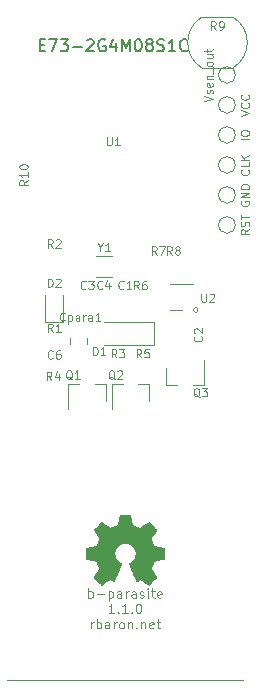
<source format=gbr>
G04 #@! TF.GenerationSoftware,KiCad,Pcbnew,(5.1.2-1)-1*
G04 #@! TF.CreationDate,2021-09-11T11:00:07+02:00*
G04 #@! TF.ProjectId,parasite,70617261-7369-4746-952e-6b696361645f,1.1.0*
G04 #@! TF.SameCoordinates,Original*
G04 #@! TF.FileFunction,Legend,Top*
G04 #@! TF.FilePolarity,Positive*
%FSLAX46Y46*%
G04 Gerber Fmt 4.6, Leading zero omitted, Abs format (unit mm)*
G04 Created by KiCad (PCBNEW (5.1.2-1)-1) date 2021-09-11 11:00:07*
%MOMM*%
%LPD*%
G04 APERTURE LIST*
%ADD10C,0.120000*%
%ADD11C,0.100000*%
%ADD12C,0.010000*%
%ADD13C,0.150000*%
G04 APERTURE END LIST*
D10*
X74200000Y-51700000D02*
G75*
G03X74200000Y-51700000I-200000J0D01*
G01*
D11*
X64914285Y-76061904D02*
X64914285Y-75261904D01*
X64914285Y-75566666D02*
X64990476Y-75528571D01*
X65142857Y-75528571D01*
X65219047Y-75566666D01*
X65257142Y-75604761D01*
X65295238Y-75680952D01*
X65295238Y-75909523D01*
X65257142Y-75985714D01*
X65219047Y-76023809D01*
X65142857Y-76061904D01*
X64990476Y-76061904D01*
X64914285Y-76023809D01*
X65638095Y-75757142D02*
X66247619Y-75757142D01*
X66628571Y-75528571D02*
X66628571Y-76328571D01*
X66628571Y-75566666D02*
X66704761Y-75528571D01*
X66857142Y-75528571D01*
X66933333Y-75566666D01*
X66971428Y-75604761D01*
X67009523Y-75680952D01*
X67009523Y-75909523D01*
X66971428Y-75985714D01*
X66933333Y-76023809D01*
X66857142Y-76061904D01*
X66704761Y-76061904D01*
X66628571Y-76023809D01*
X67695238Y-76061904D02*
X67695238Y-75642857D01*
X67657142Y-75566666D01*
X67580952Y-75528571D01*
X67428571Y-75528571D01*
X67352380Y-75566666D01*
X67695238Y-76023809D02*
X67619047Y-76061904D01*
X67428571Y-76061904D01*
X67352380Y-76023809D01*
X67314285Y-75947619D01*
X67314285Y-75871428D01*
X67352380Y-75795238D01*
X67428571Y-75757142D01*
X67619047Y-75757142D01*
X67695238Y-75719047D01*
X68076190Y-76061904D02*
X68076190Y-75528571D01*
X68076190Y-75680952D02*
X68114285Y-75604761D01*
X68152380Y-75566666D01*
X68228571Y-75528571D01*
X68304761Y-75528571D01*
X68914285Y-76061904D02*
X68914285Y-75642857D01*
X68876190Y-75566666D01*
X68800000Y-75528571D01*
X68647619Y-75528571D01*
X68571428Y-75566666D01*
X68914285Y-76023809D02*
X68838095Y-76061904D01*
X68647619Y-76061904D01*
X68571428Y-76023809D01*
X68533333Y-75947619D01*
X68533333Y-75871428D01*
X68571428Y-75795238D01*
X68647619Y-75757142D01*
X68838095Y-75757142D01*
X68914285Y-75719047D01*
X69257142Y-76023809D02*
X69333333Y-76061904D01*
X69485714Y-76061904D01*
X69561904Y-76023809D01*
X69600000Y-75947619D01*
X69600000Y-75909523D01*
X69561904Y-75833333D01*
X69485714Y-75795238D01*
X69371428Y-75795238D01*
X69295238Y-75757142D01*
X69257142Y-75680952D01*
X69257142Y-75642857D01*
X69295238Y-75566666D01*
X69371428Y-75528571D01*
X69485714Y-75528571D01*
X69561904Y-75566666D01*
X69942857Y-76061904D02*
X69942857Y-75528571D01*
X69942857Y-75261904D02*
X69904761Y-75300000D01*
X69942857Y-75338095D01*
X69980952Y-75300000D01*
X69942857Y-75261904D01*
X69942857Y-75338095D01*
X70209523Y-75528571D02*
X70514285Y-75528571D01*
X70323809Y-75261904D02*
X70323809Y-75947619D01*
X70361904Y-76023809D01*
X70438095Y-76061904D01*
X70514285Y-76061904D01*
X71085714Y-76023809D02*
X71009523Y-76061904D01*
X70857142Y-76061904D01*
X70780952Y-76023809D01*
X70742857Y-75947619D01*
X70742857Y-75642857D01*
X70780952Y-75566666D01*
X70857142Y-75528571D01*
X71009523Y-75528571D01*
X71085714Y-75566666D01*
X71123809Y-75642857D01*
X71123809Y-75719047D01*
X70742857Y-75795238D01*
X67085714Y-77361904D02*
X66628571Y-77361904D01*
X66857142Y-77361904D02*
X66857142Y-76561904D01*
X66780952Y-76676190D01*
X66704761Y-76752380D01*
X66628571Y-76790476D01*
X67428571Y-77285714D02*
X67466666Y-77323809D01*
X67428571Y-77361904D01*
X67390476Y-77323809D01*
X67428571Y-77285714D01*
X67428571Y-77361904D01*
X68228571Y-77361904D02*
X67771428Y-77361904D01*
X68000000Y-77361904D02*
X68000000Y-76561904D01*
X67923809Y-76676190D01*
X67847619Y-76752380D01*
X67771428Y-76790476D01*
X68571428Y-77285714D02*
X68609523Y-77323809D01*
X68571428Y-77361904D01*
X68533333Y-77323809D01*
X68571428Y-77285714D01*
X68571428Y-77361904D01*
X69104761Y-76561904D02*
X69180952Y-76561904D01*
X69257142Y-76600000D01*
X69295238Y-76638095D01*
X69333333Y-76714285D01*
X69371428Y-76866666D01*
X69371428Y-77057142D01*
X69333333Y-77209523D01*
X69295238Y-77285714D01*
X69257142Y-77323809D01*
X69180952Y-77361904D01*
X69104761Y-77361904D01*
X69028571Y-77323809D01*
X68990476Y-77285714D01*
X68952380Y-77209523D01*
X68914285Y-77057142D01*
X68914285Y-76866666D01*
X68952380Y-76714285D01*
X68990476Y-76638095D01*
X69028571Y-76600000D01*
X69104761Y-76561904D01*
X65123809Y-78661904D02*
X65123809Y-78128571D01*
X65123809Y-78280952D02*
X65161904Y-78204761D01*
X65200000Y-78166666D01*
X65276190Y-78128571D01*
X65352380Y-78128571D01*
X65619047Y-78661904D02*
X65619047Y-77861904D01*
X65619047Y-78166666D02*
X65695238Y-78128571D01*
X65847619Y-78128571D01*
X65923809Y-78166666D01*
X65961904Y-78204761D01*
X66000000Y-78280952D01*
X66000000Y-78509523D01*
X65961904Y-78585714D01*
X65923809Y-78623809D01*
X65847619Y-78661904D01*
X65695238Y-78661904D01*
X65619047Y-78623809D01*
X66685714Y-78661904D02*
X66685714Y-78242857D01*
X66647619Y-78166666D01*
X66571428Y-78128571D01*
X66419047Y-78128571D01*
X66342857Y-78166666D01*
X66685714Y-78623809D02*
X66609523Y-78661904D01*
X66419047Y-78661904D01*
X66342857Y-78623809D01*
X66304761Y-78547619D01*
X66304761Y-78471428D01*
X66342857Y-78395238D01*
X66419047Y-78357142D01*
X66609523Y-78357142D01*
X66685714Y-78319047D01*
X67066666Y-78661904D02*
X67066666Y-78128571D01*
X67066666Y-78280952D02*
X67104761Y-78204761D01*
X67142857Y-78166666D01*
X67219047Y-78128571D01*
X67295238Y-78128571D01*
X67676190Y-78661904D02*
X67600000Y-78623809D01*
X67561904Y-78585714D01*
X67523809Y-78509523D01*
X67523809Y-78280952D01*
X67561904Y-78204761D01*
X67600000Y-78166666D01*
X67676190Y-78128571D01*
X67790476Y-78128571D01*
X67866666Y-78166666D01*
X67904761Y-78204761D01*
X67942857Y-78280952D01*
X67942857Y-78509523D01*
X67904761Y-78585714D01*
X67866666Y-78623809D01*
X67790476Y-78661904D01*
X67676190Y-78661904D01*
X68285714Y-78128571D02*
X68285714Y-78661904D01*
X68285714Y-78204761D02*
X68323809Y-78166666D01*
X68400000Y-78128571D01*
X68514285Y-78128571D01*
X68590476Y-78166666D01*
X68628571Y-78242857D01*
X68628571Y-78661904D01*
X69009523Y-78585714D02*
X69047619Y-78623809D01*
X69009523Y-78661904D01*
X68971428Y-78623809D01*
X69009523Y-78585714D01*
X69009523Y-78661904D01*
X69390476Y-78128571D02*
X69390476Y-78661904D01*
X69390476Y-78204761D02*
X69428571Y-78166666D01*
X69504761Y-78128571D01*
X69619047Y-78128571D01*
X69695238Y-78166666D01*
X69733333Y-78242857D01*
X69733333Y-78661904D01*
X70419047Y-78623809D02*
X70342857Y-78661904D01*
X70190476Y-78661904D01*
X70114285Y-78623809D01*
X70076190Y-78547619D01*
X70076190Y-78242857D01*
X70114285Y-78166666D01*
X70190476Y-78128571D01*
X70342857Y-78128571D01*
X70419047Y-78166666D01*
X70457142Y-78242857D01*
X70457142Y-78319047D01*
X70076190Y-78395238D01*
X70685714Y-78128571D02*
X70990476Y-78128571D01*
X70800000Y-77861904D02*
X70800000Y-78547619D01*
X70838095Y-78623809D01*
X70914285Y-78661904D01*
X70990476Y-78661904D01*
D10*
X58000000Y-83000000D02*
X78000000Y-83000000D01*
D12*
G36*
X68555814Y-69468931D02*
G01*
X68639635Y-69913555D01*
X68948920Y-70041053D01*
X69258206Y-70168551D01*
X69629246Y-69916246D01*
X69733157Y-69845996D01*
X69827087Y-69783272D01*
X69906652Y-69730938D01*
X69967470Y-69691857D01*
X70005157Y-69668893D01*
X70015421Y-69663942D01*
X70033910Y-69676676D01*
X70073420Y-69711882D01*
X70129522Y-69765062D01*
X70197787Y-69831718D01*
X70273786Y-69907354D01*
X70353092Y-69987472D01*
X70431275Y-70067574D01*
X70503907Y-70143164D01*
X70566559Y-70209745D01*
X70614803Y-70262818D01*
X70644210Y-70297887D01*
X70651241Y-70309623D01*
X70641123Y-70331260D01*
X70612759Y-70378662D01*
X70569129Y-70447193D01*
X70513218Y-70532215D01*
X70448006Y-70629093D01*
X70410219Y-70684350D01*
X70341343Y-70785248D01*
X70280140Y-70876299D01*
X70229578Y-70952970D01*
X70192628Y-71010728D01*
X70172258Y-71045043D01*
X70169197Y-71052254D01*
X70176136Y-71072748D01*
X70195051Y-71120513D01*
X70223087Y-71188832D01*
X70257391Y-71270989D01*
X70295109Y-71360270D01*
X70333387Y-71449958D01*
X70369370Y-71533338D01*
X70400206Y-71603694D01*
X70423039Y-71654310D01*
X70435017Y-71678471D01*
X70435724Y-71679422D01*
X70454531Y-71684036D01*
X70504618Y-71694328D01*
X70580793Y-71709287D01*
X70677865Y-71727901D01*
X70790643Y-71749159D01*
X70856442Y-71761418D01*
X70976950Y-71784362D01*
X71085797Y-71806195D01*
X71177476Y-71825722D01*
X71246481Y-71841748D01*
X71287304Y-71853079D01*
X71295511Y-71856674D01*
X71303548Y-71881006D01*
X71310033Y-71935959D01*
X71314970Y-72015108D01*
X71318364Y-72112026D01*
X71320218Y-72220287D01*
X71320538Y-72333465D01*
X71319327Y-72445135D01*
X71316590Y-72548868D01*
X71312331Y-72638241D01*
X71306555Y-72706826D01*
X71299267Y-72748197D01*
X71294895Y-72756810D01*
X71268764Y-72767133D01*
X71213393Y-72781892D01*
X71136107Y-72799352D01*
X71044230Y-72817780D01*
X71012158Y-72823741D01*
X70857524Y-72852066D01*
X70735375Y-72874876D01*
X70641673Y-72893080D01*
X70572384Y-72907583D01*
X70523471Y-72919292D01*
X70490897Y-72929115D01*
X70470628Y-72937956D01*
X70458626Y-72946724D01*
X70456947Y-72948457D01*
X70440184Y-72976371D01*
X70414614Y-73030695D01*
X70382788Y-73104777D01*
X70347260Y-73191965D01*
X70310583Y-73285608D01*
X70275311Y-73379052D01*
X70243996Y-73465647D01*
X70219193Y-73538740D01*
X70203454Y-73591678D01*
X70199332Y-73617811D01*
X70199676Y-73618726D01*
X70213641Y-73640086D01*
X70245322Y-73687084D01*
X70291391Y-73754827D01*
X70348518Y-73838423D01*
X70413373Y-73932982D01*
X70431843Y-73959854D01*
X70497699Y-74057275D01*
X70555650Y-74146163D01*
X70602538Y-74221412D01*
X70635207Y-74277920D01*
X70650500Y-74310581D01*
X70651241Y-74314593D01*
X70638392Y-74335684D01*
X70602888Y-74377464D01*
X70549293Y-74435445D01*
X70482171Y-74505135D01*
X70406087Y-74582045D01*
X70325604Y-74661683D01*
X70245287Y-74739561D01*
X70169699Y-74811186D01*
X70103405Y-74872070D01*
X70050969Y-74917721D01*
X70016955Y-74943650D01*
X70007545Y-74947883D01*
X69985643Y-74937912D01*
X69940800Y-74911020D01*
X69880321Y-74871736D01*
X69833789Y-74840117D01*
X69749475Y-74782098D01*
X69649626Y-74713784D01*
X69549473Y-74645579D01*
X69495627Y-74609075D01*
X69313371Y-74485800D01*
X69160381Y-74568520D01*
X69090682Y-74604759D01*
X69031414Y-74632926D01*
X68991311Y-74648991D01*
X68981103Y-74651226D01*
X68968829Y-74634722D01*
X68944613Y-74588082D01*
X68910263Y-74515609D01*
X68867588Y-74421606D01*
X68818394Y-74310374D01*
X68764490Y-74186215D01*
X68707684Y-74053432D01*
X68649782Y-73916327D01*
X68592593Y-73779202D01*
X68537924Y-73646358D01*
X68487584Y-73522098D01*
X68443380Y-73410725D01*
X68407119Y-73316539D01*
X68380609Y-73243844D01*
X68365658Y-73196941D01*
X68363254Y-73180833D01*
X68382311Y-73160286D01*
X68424036Y-73126933D01*
X68479706Y-73087702D01*
X68484378Y-73084599D01*
X68628264Y-72969423D01*
X68744283Y-72835053D01*
X68831430Y-72685784D01*
X68888699Y-72525913D01*
X68915086Y-72359737D01*
X68909585Y-72191552D01*
X68871190Y-72025655D01*
X68798895Y-71866342D01*
X68777626Y-71831487D01*
X68666996Y-71690737D01*
X68536302Y-71577714D01*
X68390064Y-71493003D01*
X68232808Y-71437194D01*
X68069057Y-71410874D01*
X67903333Y-71414630D01*
X67740162Y-71449050D01*
X67584065Y-71514723D01*
X67439567Y-71612235D01*
X67394869Y-71651813D01*
X67281112Y-71775703D01*
X67198218Y-71906124D01*
X67141356Y-72052315D01*
X67109687Y-72197088D01*
X67101869Y-72359860D01*
X67127938Y-72523440D01*
X67185245Y-72682298D01*
X67271144Y-72830906D01*
X67382986Y-72963735D01*
X67518123Y-73075256D01*
X67535883Y-73087011D01*
X67592150Y-73125508D01*
X67634923Y-73158863D01*
X67655372Y-73180160D01*
X67655669Y-73180833D01*
X67651279Y-73203871D01*
X67633876Y-73256157D01*
X67605268Y-73333390D01*
X67567265Y-73431268D01*
X67521674Y-73545491D01*
X67470303Y-73671758D01*
X67414962Y-73805767D01*
X67357458Y-73943218D01*
X67299601Y-74079808D01*
X67243198Y-74211237D01*
X67190058Y-74333205D01*
X67141990Y-74441409D01*
X67100801Y-74531549D01*
X67068301Y-74599323D01*
X67046297Y-74640430D01*
X67037436Y-74651226D01*
X67010360Y-74642819D01*
X66959697Y-74620272D01*
X66894183Y-74587613D01*
X66858159Y-74568520D01*
X66705168Y-74485800D01*
X66522912Y-74609075D01*
X66429875Y-74672228D01*
X66328015Y-74741727D01*
X66232562Y-74807165D01*
X66184750Y-74840117D01*
X66117505Y-74885273D01*
X66060564Y-74921057D01*
X66021354Y-74942938D01*
X66008619Y-74947563D01*
X65990083Y-74935085D01*
X65949059Y-74900252D01*
X65889525Y-74846678D01*
X65815458Y-74777983D01*
X65730835Y-74697781D01*
X65677315Y-74646286D01*
X65583681Y-74554286D01*
X65502759Y-74471999D01*
X65437823Y-74402945D01*
X65392142Y-74350644D01*
X65368989Y-74318616D01*
X65366768Y-74312116D01*
X65377076Y-74287394D01*
X65405561Y-74237405D01*
X65449063Y-74167212D01*
X65504423Y-74081875D01*
X65568480Y-73986456D01*
X65586697Y-73959854D01*
X65653073Y-73863167D01*
X65712622Y-73776117D01*
X65762016Y-73703595D01*
X65797925Y-73650493D01*
X65817019Y-73621703D01*
X65818864Y-73618726D01*
X65816105Y-73595782D01*
X65801462Y-73545336D01*
X65777487Y-73474041D01*
X65746734Y-73388547D01*
X65711756Y-73295507D01*
X65675107Y-73201574D01*
X65639339Y-73113399D01*
X65607006Y-73037634D01*
X65580662Y-72980931D01*
X65562858Y-72949943D01*
X65561593Y-72948457D01*
X65550706Y-72939601D01*
X65532318Y-72930843D01*
X65502394Y-72921277D01*
X65456897Y-72909996D01*
X65391791Y-72896093D01*
X65303039Y-72878663D01*
X65186607Y-72856798D01*
X65038458Y-72829591D01*
X65006382Y-72823741D01*
X64911314Y-72805374D01*
X64828435Y-72787405D01*
X64765070Y-72771569D01*
X64728542Y-72759600D01*
X64723644Y-72756810D01*
X64715573Y-72732072D01*
X64709013Y-72676790D01*
X64703967Y-72597389D01*
X64700441Y-72500296D01*
X64698439Y-72391938D01*
X64697964Y-72278740D01*
X64699023Y-72167128D01*
X64701618Y-72063529D01*
X64705754Y-71974368D01*
X64711437Y-71906072D01*
X64718669Y-71865066D01*
X64723029Y-71856674D01*
X64747302Y-71848208D01*
X64802574Y-71834435D01*
X64883338Y-71816550D01*
X64984088Y-71795748D01*
X65099317Y-71773223D01*
X65162098Y-71761418D01*
X65281213Y-71739151D01*
X65387435Y-71718979D01*
X65475573Y-71701915D01*
X65540434Y-71688969D01*
X65576826Y-71681155D01*
X65582816Y-71679422D01*
X65592939Y-71659890D01*
X65614338Y-71612843D01*
X65644161Y-71545003D01*
X65679555Y-71463091D01*
X65717668Y-71373828D01*
X65755647Y-71283935D01*
X65790640Y-71200135D01*
X65819794Y-71129147D01*
X65840257Y-71077694D01*
X65849177Y-71052497D01*
X65849343Y-71051396D01*
X65839231Y-71031519D01*
X65810883Y-70985777D01*
X65767277Y-70918717D01*
X65711394Y-70834884D01*
X65646213Y-70738826D01*
X65608321Y-70683650D01*
X65539275Y-70582481D01*
X65477950Y-70490630D01*
X65427337Y-70412744D01*
X65390429Y-70353469D01*
X65370218Y-70317451D01*
X65367299Y-70309377D01*
X65379847Y-70290584D01*
X65414537Y-70250457D01*
X65466937Y-70193493D01*
X65532616Y-70124185D01*
X65607144Y-70047031D01*
X65686087Y-69966525D01*
X65765017Y-69887163D01*
X65839500Y-69813440D01*
X65905106Y-69749852D01*
X65957404Y-69700894D01*
X65991961Y-69671061D01*
X66003522Y-69663942D01*
X66022346Y-69673953D01*
X66067369Y-69702078D01*
X66134213Y-69745454D01*
X66218501Y-69801218D01*
X66315856Y-69866506D01*
X66389293Y-69916246D01*
X66760333Y-70168551D01*
X67378905Y-69913555D01*
X67462725Y-69468931D01*
X67546546Y-69024307D01*
X68471994Y-69024307D01*
X68555814Y-69468931D01*
X68555814Y-69468931D01*
G37*
X68555814Y-69468931D02*
X68639635Y-69913555D01*
X68948920Y-70041053D01*
X69258206Y-70168551D01*
X69629246Y-69916246D01*
X69733157Y-69845996D01*
X69827087Y-69783272D01*
X69906652Y-69730938D01*
X69967470Y-69691857D01*
X70005157Y-69668893D01*
X70015421Y-69663942D01*
X70033910Y-69676676D01*
X70073420Y-69711882D01*
X70129522Y-69765062D01*
X70197787Y-69831718D01*
X70273786Y-69907354D01*
X70353092Y-69987472D01*
X70431275Y-70067574D01*
X70503907Y-70143164D01*
X70566559Y-70209745D01*
X70614803Y-70262818D01*
X70644210Y-70297887D01*
X70651241Y-70309623D01*
X70641123Y-70331260D01*
X70612759Y-70378662D01*
X70569129Y-70447193D01*
X70513218Y-70532215D01*
X70448006Y-70629093D01*
X70410219Y-70684350D01*
X70341343Y-70785248D01*
X70280140Y-70876299D01*
X70229578Y-70952970D01*
X70192628Y-71010728D01*
X70172258Y-71045043D01*
X70169197Y-71052254D01*
X70176136Y-71072748D01*
X70195051Y-71120513D01*
X70223087Y-71188832D01*
X70257391Y-71270989D01*
X70295109Y-71360270D01*
X70333387Y-71449958D01*
X70369370Y-71533338D01*
X70400206Y-71603694D01*
X70423039Y-71654310D01*
X70435017Y-71678471D01*
X70435724Y-71679422D01*
X70454531Y-71684036D01*
X70504618Y-71694328D01*
X70580793Y-71709287D01*
X70677865Y-71727901D01*
X70790643Y-71749159D01*
X70856442Y-71761418D01*
X70976950Y-71784362D01*
X71085797Y-71806195D01*
X71177476Y-71825722D01*
X71246481Y-71841748D01*
X71287304Y-71853079D01*
X71295511Y-71856674D01*
X71303548Y-71881006D01*
X71310033Y-71935959D01*
X71314970Y-72015108D01*
X71318364Y-72112026D01*
X71320218Y-72220287D01*
X71320538Y-72333465D01*
X71319327Y-72445135D01*
X71316590Y-72548868D01*
X71312331Y-72638241D01*
X71306555Y-72706826D01*
X71299267Y-72748197D01*
X71294895Y-72756810D01*
X71268764Y-72767133D01*
X71213393Y-72781892D01*
X71136107Y-72799352D01*
X71044230Y-72817780D01*
X71012158Y-72823741D01*
X70857524Y-72852066D01*
X70735375Y-72874876D01*
X70641673Y-72893080D01*
X70572384Y-72907583D01*
X70523471Y-72919292D01*
X70490897Y-72929115D01*
X70470628Y-72937956D01*
X70458626Y-72946724D01*
X70456947Y-72948457D01*
X70440184Y-72976371D01*
X70414614Y-73030695D01*
X70382788Y-73104777D01*
X70347260Y-73191965D01*
X70310583Y-73285608D01*
X70275311Y-73379052D01*
X70243996Y-73465647D01*
X70219193Y-73538740D01*
X70203454Y-73591678D01*
X70199332Y-73617811D01*
X70199676Y-73618726D01*
X70213641Y-73640086D01*
X70245322Y-73687084D01*
X70291391Y-73754827D01*
X70348518Y-73838423D01*
X70413373Y-73932982D01*
X70431843Y-73959854D01*
X70497699Y-74057275D01*
X70555650Y-74146163D01*
X70602538Y-74221412D01*
X70635207Y-74277920D01*
X70650500Y-74310581D01*
X70651241Y-74314593D01*
X70638392Y-74335684D01*
X70602888Y-74377464D01*
X70549293Y-74435445D01*
X70482171Y-74505135D01*
X70406087Y-74582045D01*
X70325604Y-74661683D01*
X70245287Y-74739561D01*
X70169699Y-74811186D01*
X70103405Y-74872070D01*
X70050969Y-74917721D01*
X70016955Y-74943650D01*
X70007545Y-74947883D01*
X69985643Y-74937912D01*
X69940800Y-74911020D01*
X69880321Y-74871736D01*
X69833789Y-74840117D01*
X69749475Y-74782098D01*
X69649626Y-74713784D01*
X69549473Y-74645579D01*
X69495627Y-74609075D01*
X69313371Y-74485800D01*
X69160381Y-74568520D01*
X69090682Y-74604759D01*
X69031414Y-74632926D01*
X68991311Y-74648991D01*
X68981103Y-74651226D01*
X68968829Y-74634722D01*
X68944613Y-74588082D01*
X68910263Y-74515609D01*
X68867588Y-74421606D01*
X68818394Y-74310374D01*
X68764490Y-74186215D01*
X68707684Y-74053432D01*
X68649782Y-73916327D01*
X68592593Y-73779202D01*
X68537924Y-73646358D01*
X68487584Y-73522098D01*
X68443380Y-73410725D01*
X68407119Y-73316539D01*
X68380609Y-73243844D01*
X68365658Y-73196941D01*
X68363254Y-73180833D01*
X68382311Y-73160286D01*
X68424036Y-73126933D01*
X68479706Y-73087702D01*
X68484378Y-73084599D01*
X68628264Y-72969423D01*
X68744283Y-72835053D01*
X68831430Y-72685784D01*
X68888699Y-72525913D01*
X68915086Y-72359737D01*
X68909585Y-72191552D01*
X68871190Y-72025655D01*
X68798895Y-71866342D01*
X68777626Y-71831487D01*
X68666996Y-71690737D01*
X68536302Y-71577714D01*
X68390064Y-71493003D01*
X68232808Y-71437194D01*
X68069057Y-71410874D01*
X67903333Y-71414630D01*
X67740162Y-71449050D01*
X67584065Y-71514723D01*
X67439567Y-71612235D01*
X67394869Y-71651813D01*
X67281112Y-71775703D01*
X67198218Y-71906124D01*
X67141356Y-72052315D01*
X67109687Y-72197088D01*
X67101869Y-72359860D01*
X67127938Y-72523440D01*
X67185245Y-72682298D01*
X67271144Y-72830906D01*
X67382986Y-72963735D01*
X67518123Y-73075256D01*
X67535883Y-73087011D01*
X67592150Y-73125508D01*
X67634923Y-73158863D01*
X67655372Y-73180160D01*
X67655669Y-73180833D01*
X67651279Y-73203871D01*
X67633876Y-73256157D01*
X67605268Y-73333390D01*
X67567265Y-73431268D01*
X67521674Y-73545491D01*
X67470303Y-73671758D01*
X67414962Y-73805767D01*
X67357458Y-73943218D01*
X67299601Y-74079808D01*
X67243198Y-74211237D01*
X67190058Y-74333205D01*
X67141990Y-74441409D01*
X67100801Y-74531549D01*
X67068301Y-74599323D01*
X67046297Y-74640430D01*
X67037436Y-74651226D01*
X67010360Y-74642819D01*
X66959697Y-74620272D01*
X66894183Y-74587613D01*
X66858159Y-74568520D01*
X66705168Y-74485800D01*
X66522912Y-74609075D01*
X66429875Y-74672228D01*
X66328015Y-74741727D01*
X66232562Y-74807165D01*
X66184750Y-74840117D01*
X66117505Y-74885273D01*
X66060564Y-74921057D01*
X66021354Y-74942938D01*
X66008619Y-74947563D01*
X65990083Y-74935085D01*
X65949059Y-74900252D01*
X65889525Y-74846678D01*
X65815458Y-74777983D01*
X65730835Y-74697781D01*
X65677315Y-74646286D01*
X65583681Y-74554286D01*
X65502759Y-74471999D01*
X65437823Y-74402945D01*
X65392142Y-74350644D01*
X65368989Y-74318616D01*
X65366768Y-74312116D01*
X65377076Y-74287394D01*
X65405561Y-74237405D01*
X65449063Y-74167212D01*
X65504423Y-74081875D01*
X65568480Y-73986456D01*
X65586697Y-73959854D01*
X65653073Y-73863167D01*
X65712622Y-73776117D01*
X65762016Y-73703595D01*
X65797925Y-73650493D01*
X65817019Y-73621703D01*
X65818864Y-73618726D01*
X65816105Y-73595782D01*
X65801462Y-73545336D01*
X65777487Y-73474041D01*
X65746734Y-73388547D01*
X65711756Y-73295507D01*
X65675107Y-73201574D01*
X65639339Y-73113399D01*
X65607006Y-73037634D01*
X65580662Y-72980931D01*
X65562858Y-72949943D01*
X65561593Y-72948457D01*
X65550706Y-72939601D01*
X65532318Y-72930843D01*
X65502394Y-72921277D01*
X65456897Y-72909996D01*
X65391791Y-72896093D01*
X65303039Y-72878663D01*
X65186607Y-72856798D01*
X65038458Y-72829591D01*
X65006382Y-72823741D01*
X64911314Y-72805374D01*
X64828435Y-72787405D01*
X64765070Y-72771569D01*
X64728542Y-72759600D01*
X64723644Y-72756810D01*
X64715573Y-72732072D01*
X64709013Y-72676790D01*
X64703967Y-72597389D01*
X64700441Y-72500296D01*
X64698439Y-72391938D01*
X64697964Y-72278740D01*
X64699023Y-72167128D01*
X64701618Y-72063529D01*
X64705754Y-71974368D01*
X64711437Y-71906072D01*
X64718669Y-71865066D01*
X64723029Y-71856674D01*
X64747302Y-71848208D01*
X64802574Y-71834435D01*
X64883338Y-71816550D01*
X64984088Y-71795748D01*
X65099317Y-71773223D01*
X65162098Y-71761418D01*
X65281213Y-71739151D01*
X65387435Y-71718979D01*
X65475573Y-71701915D01*
X65540434Y-71688969D01*
X65576826Y-71681155D01*
X65582816Y-71679422D01*
X65592939Y-71659890D01*
X65614338Y-71612843D01*
X65644161Y-71545003D01*
X65679555Y-71463091D01*
X65717668Y-71373828D01*
X65755647Y-71283935D01*
X65790640Y-71200135D01*
X65819794Y-71129147D01*
X65840257Y-71077694D01*
X65849177Y-71052497D01*
X65849343Y-71051396D01*
X65839231Y-71031519D01*
X65810883Y-70985777D01*
X65767277Y-70918717D01*
X65711394Y-70834884D01*
X65646213Y-70738826D01*
X65608321Y-70683650D01*
X65539275Y-70582481D01*
X65477950Y-70490630D01*
X65427337Y-70412744D01*
X65390429Y-70353469D01*
X65370218Y-70317451D01*
X65367299Y-70309377D01*
X65379847Y-70290584D01*
X65414537Y-70250457D01*
X65466937Y-70193493D01*
X65532616Y-70124185D01*
X65607144Y-70047031D01*
X65686087Y-69966525D01*
X65765017Y-69887163D01*
X65839500Y-69813440D01*
X65905106Y-69749852D01*
X65957404Y-69700894D01*
X65991961Y-69671061D01*
X66003522Y-69663942D01*
X66022346Y-69673953D01*
X66067369Y-69702078D01*
X66134213Y-69745454D01*
X66218501Y-69801218D01*
X66315856Y-69866506D01*
X66389293Y-69916246D01*
X66760333Y-70168551D01*
X67378905Y-69913555D01*
X67462725Y-69468931D01*
X67546546Y-69024307D01*
X68471994Y-69024307D01*
X68555814Y-69468931D01*
D10*
X77175476Y-31184388D02*
G75*
G03X77150000Y-26900000I-1325476J2134388D01*
G01*
X74471973Y-26917856D02*
G75*
G03X74500000Y-31200000I1378027J-2132144D01*
G01*
X77150000Y-31200000D02*
X74500000Y-31200000D01*
X77150000Y-26900000D02*
X74500000Y-26900000D01*
X72800000Y-51710000D02*
X71800000Y-51710000D01*
X73800000Y-49490000D02*
X71800000Y-49490000D01*
X66925000Y-47125000D02*
X65575000Y-47125000D01*
X66925000Y-48875000D02*
X65575000Y-48875000D01*
X71520000Y-58060000D02*
X72450000Y-58060000D01*
X74680000Y-58060000D02*
X73750000Y-58060000D01*
X74680000Y-58060000D02*
X74680000Y-55900000D01*
X71520000Y-58060000D02*
X71520000Y-56600000D01*
X61265000Y-50412500D02*
X61265000Y-52697500D01*
X61265000Y-52697500D02*
X62735000Y-52697500D01*
X62735000Y-52697500D02*
X62735000Y-50412500D01*
X77340000Y-34340000D02*
G75*
G03X77340000Y-34340000I-700000J0D01*
G01*
X77340000Y-41960000D02*
G75*
G03X77340000Y-41960000I-700000J0D01*
G01*
X77340000Y-44500000D02*
G75*
G03X77340000Y-44500000I-700000J0D01*
G01*
X77340000Y-39420000D02*
G75*
G03X77340000Y-39420000I-700000J0D01*
G01*
X77340000Y-36880000D02*
G75*
G03X77340000Y-36880000I-700000J0D01*
G01*
X70030000Y-57940000D02*
X69100000Y-57940000D01*
X66870000Y-57940000D02*
X67800000Y-57940000D01*
X66870000Y-57940000D02*
X66870000Y-60100000D01*
X70030000Y-57940000D02*
X70030000Y-59400000D01*
X66380000Y-57940000D02*
X65450000Y-57940000D01*
X63220000Y-57940000D02*
X64150000Y-57940000D01*
X63220000Y-57940000D02*
X63220000Y-60100000D01*
X66380000Y-57940000D02*
X66380000Y-59400000D01*
X63390000Y-54558578D02*
X63390000Y-54041422D01*
X64810000Y-54558578D02*
X64810000Y-54041422D01*
X70500000Y-52700000D02*
X66200000Y-52700000D01*
X70500000Y-54700000D02*
X70500000Y-52700000D01*
X66200000Y-54700000D02*
X70500000Y-54700000D01*
X77340000Y-31800000D02*
G75*
G03X77340000Y-31800000I-700000J0D01*
G01*
X66466199Y-37069891D02*
X66466199Y-37636558D01*
X66499533Y-37703225D01*
X66532866Y-37736558D01*
X66599533Y-37769891D01*
X66732866Y-37769891D01*
X66799533Y-37736558D01*
X66832866Y-37703225D01*
X66866199Y-37636558D01*
X66866199Y-37069891D01*
X67566199Y-37769891D02*
X67166199Y-37769891D01*
X67366199Y-37769891D02*
X67366199Y-37069891D01*
X67299533Y-37169891D01*
X67232866Y-37236558D01*
X67166199Y-37269891D01*
D13*
X60785714Y-29253571D02*
X61119047Y-29253571D01*
X61261904Y-29777380D02*
X60785714Y-29777380D01*
X60785714Y-28777380D01*
X61261904Y-28777380D01*
X61595238Y-28777380D02*
X62261904Y-28777380D01*
X61833333Y-29777380D01*
X62547619Y-28777380D02*
X63166666Y-28777380D01*
X62833333Y-29158333D01*
X62976190Y-29158333D01*
X63071428Y-29205952D01*
X63119047Y-29253571D01*
X63166666Y-29348809D01*
X63166666Y-29586904D01*
X63119047Y-29682142D01*
X63071428Y-29729761D01*
X62976190Y-29777380D01*
X62690476Y-29777380D01*
X62595238Y-29729761D01*
X62547619Y-29682142D01*
X63595238Y-29396428D02*
X64357142Y-29396428D01*
X64785714Y-28872619D02*
X64833333Y-28825000D01*
X64928571Y-28777380D01*
X65166666Y-28777380D01*
X65261904Y-28825000D01*
X65309523Y-28872619D01*
X65357142Y-28967857D01*
X65357142Y-29063095D01*
X65309523Y-29205952D01*
X64738095Y-29777380D01*
X65357142Y-29777380D01*
X66309523Y-28825000D02*
X66214285Y-28777380D01*
X66071428Y-28777380D01*
X65928571Y-28825000D01*
X65833333Y-28920238D01*
X65785714Y-29015476D01*
X65738095Y-29205952D01*
X65738095Y-29348809D01*
X65785714Y-29539285D01*
X65833333Y-29634523D01*
X65928571Y-29729761D01*
X66071428Y-29777380D01*
X66166666Y-29777380D01*
X66309523Y-29729761D01*
X66357142Y-29682142D01*
X66357142Y-29348809D01*
X66166666Y-29348809D01*
X67214285Y-29110714D02*
X67214285Y-29777380D01*
X66976190Y-28729761D02*
X66738095Y-29444047D01*
X67357142Y-29444047D01*
X67738095Y-29777380D02*
X67738095Y-28777380D01*
X68071428Y-29491666D01*
X68404761Y-28777380D01*
X68404761Y-29777380D01*
X69071428Y-28777380D02*
X69166666Y-28777380D01*
X69261904Y-28825000D01*
X69309523Y-28872619D01*
X69357142Y-28967857D01*
X69404761Y-29158333D01*
X69404761Y-29396428D01*
X69357142Y-29586904D01*
X69309523Y-29682142D01*
X69261904Y-29729761D01*
X69166666Y-29777380D01*
X69071428Y-29777380D01*
X68976190Y-29729761D01*
X68928571Y-29682142D01*
X68880952Y-29586904D01*
X68833333Y-29396428D01*
X68833333Y-29158333D01*
X68880952Y-28967857D01*
X68928571Y-28872619D01*
X68976190Y-28825000D01*
X69071428Y-28777380D01*
X69976190Y-29205952D02*
X69880952Y-29158333D01*
X69833333Y-29110714D01*
X69785714Y-29015476D01*
X69785714Y-28967857D01*
X69833333Y-28872619D01*
X69880952Y-28825000D01*
X69976190Y-28777380D01*
X70166666Y-28777380D01*
X70261904Y-28825000D01*
X70309523Y-28872619D01*
X70357142Y-28967857D01*
X70357142Y-29015476D01*
X70309523Y-29110714D01*
X70261904Y-29158333D01*
X70166666Y-29205952D01*
X69976190Y-29205952D01*
X69880952Y-29253571D01*
X69833333Y-29301190D01*
X69785714Y-29396428D01*
X69785714Y-29586904D01*
X69833333Y-29682142D01*
X69880952Y-29729761D01*
X69976190Y-29777380D01*
X70166666Y-29777380D01*
X70261904Y-29729761D01*
X70309523Y-29682142D01*
X70357142Y-29586904D01*
X70357142Y-29396428D01*
X70309523Y-29301190D01*
X70261904Y-29253571D01*
X70166666Y-29205952D01*
X70738095Y-29729761D02*
X70880952Y-29777380D01*
X71119047Y-29777380D01*
X71214285Y-29729761D01*
X71261904Y-29682142D01*
X71309523Y-29586904D01*
X71309523Y-29491666D01*
X71261904Y-29396428D01*
X71214285Y-29348809D01*
X71119047Y-29301190D01*
X70928571Y-29253571D01*
X70833333Y-29205952D01*
X70785714Y-29158333D01*
X70738095Y-29063095D01*
X70738095Y-28967857D01*
X70785714Y-28872619D01*
X70833333Y-28825000D01*
X70928571Y-28777380D01*
X71166666Y-28777380D01*
X71309523Y-28825000D01*
X72261904Y-29777380D02*
X71690476Y-29777380D01*
X71976190Y-29777380D02*
X71976190Y-28777380D01*
X71880952Y-28920238D01*
X71785714Y-29015476D01*
X71690476Y-29063095D01*
X73261904Y-29682142D02*
X73214285Y-29729761D01*
X73071428Y-29777380D01*
X72976190Y-29777380D01*
X72833333Y-29729761D01*
X72738095Y-29634523D01*
X72690476Y-29539285D01*
X72642857Y-29348809D01*
X72642857Y-29205952D01*
X72690476Y-29015476D01*
X72738095Y-28920238D01*
X72833333Y-28825000D01*
X72976190Y-28777380D01*
X73071428Y-28777380D01*
X73214285Y-28825000D01*
X73261904Y-28872619D01*
D10*
X75683333Y-27966666D02*
X75450000Y-27633333D01*
X75283333Y-27966666D02*
X75283333Y-27266666D01*
X75550000Y-27266666D01*
X75616666Y-27300000D01*
X75650000Y-27333333D01*
X75683333Y-27400000D01*
X75683333Y-27500000D01*
X75650000Y-27566666D01*
X75616666Y-27600000D01*
X75550000Y-27633333D01*
X75283333Y-27633333D01*
X76016666Y-27966666D02*
X76150000Y-27966666D01*
X76216666Y-27933333D01*
X76250000Y-27900000D01*
X76316666Y-27800000D01*
X76350000Y-27666666D01*
X76350000Y-27400000D01*
X76316666Y-27333333D01*
X76283333Y-27300000D01*
X76216666Y-27266666D01*
X76083333Y-27266666D01*
X76016666Y-27300000D01*
X75983333Y-27333333D01*
X75950000Y-27400000D01*
X75950000Y-27566666D01*
X75983333Y-27633333D01*
X76016666Y-27666666D01*
X76083333Y-27700000D01*
X76216666Y-27700000D01*
X76283333Y-27666666D01*
X76316666Y-27633333D01*
X76350000Y-27566666D01*
X59766666Y-40700000D02*
X59433333Y-40933333D01*
X59766666Y-41100000D02*
X59066666Y-41100000D01*
X59066666Y-40833333D01*
X59100000Y-40766666D01*
X59133333Y-40733333D01*
X59200000Y-40700000D01*
X59300000Y-40700000D01*
X59366666Y-40733333D01*
X59400000Y-40766666D01*
X59433333Y-40833333D01*
X59433333Y-41100000D01*
X59766666Y-40033333D02*
X59766666Y-40433333D01*
X59766666Y-40233333D02*
X59066666Y-40233333D01*
X59166666Y-40300000D01*
X59233333Y-40366666D01*
X59266666Y-40433333D01*
X59066666Y-39600000D02*
X59066666Y-39533333D01*
X59100000Y-39466666D01*
X59133333Y-39433333D01*
X59200000Y-39400000D01*
X59333333Y-39366666D01*
X59500000Y-39366666D01*
X59633333Y-39400000D01*
X59700000Y-39433333D01*
X59733333Y-39466666D01*
X59766666Y-39533333D01*
X59766666Y-39600000D01*
X59733333Y-39666666D01*
X59700000Y-39700000D01*
X59633333Y-39733333D01*
X59500000Y-39766666D01*
X59333333Y-39766666D01*
X59200000Y-39733333D01*
X59133333Y-39700000D01*
X59100000Y-39666666D01*
X59066666Y-39600000D01*
X74466666Y-50316666D02*
X74466666Y-50883333D01*
X74500000Y-50950000D01*
X74533333Y-50983333D01*
X74600000Y-51016666D01*
X74733333Y-51016666D01*
X74800000Y-50983333D01*
X74833333Y-50950000D01*
X74866666Y-50883333D01*
X74866666Y-50316666D01*
X75166666Y-50383333D02*
X75200000Y-50350000D01*
X75266666Y-50316666D01*
X75433333Y-50316666D01*
X75500000Y-50350000D01*
X75533333Y-50383333D01*
X75566666Y-50450000D01*
X75566666Y-50516666D01*
X75533333Y-50616666D01*
X75133333Y-51016666D01*
X75566666Y-51016666D01*
X65916666Y-46383333D02*
X65916666Y-46716666D01*
X65683333Y-46016666D02*
X65916666Y-46383333D01*
X66150000Y-46016666D01*
X66750000Y-46716666D02*
X66350000Y-46716666D01*
X66550000Y-46716666D02*
X66550000Y-46016666D01*
X66483333Y-46116666D01*
X66416666Y-46183333D01*
X66350000Y-46216666D01*
X71983333Y-47016666D02*
X71750000Y-46683333D01*
X71583333Y-47016666D02*
X71583333Y-46316666D01*
X71850000Y-46316666D01*
X71916666Y-46350000D01*
X71950000Y-46383333D01*
X71983333Y-46450000D01*
X71983333Y-46550000D01*
X71950000Y-46616666D01*
X71916666Y-46650000D01*
X71850000Y-46683333D01*
X71583333Y-46683333D01*
X72383333Y-46616666D02*
X72316666Y-46583333D01*
X72283333Y-46550000D01*
X72250000Y-46483333D01*
X72250000Y-46450000D01*
X72283333Y-46383333D01*
X72316666Y-46350000D01*
X72383333Y-46316666D01*
X72516666Y-46316666D01*
X72583333Y-46350000D01*
X72616666Y-46383333D01*
X72650000Y-46450000D01*
X72650000Y-46483333D01*
X72616666Y-46550000D01*
X72583333Y-46583333D01*
X72516666Y-46616666D01*
X72383333Y-46616666D01*
X72316666Y-46650000D01*
X72283333Y-46683333D01*
X72250000Y-46750000D01*
X72250000Y-46883333D01*
X72283333Y-46950000D01*
X72316666Y-46983333D01*
X72383333Y-47016666D01*
X72516666Y-47016666D01*
X72583333Y-46983333D01*
X72616666Y-46950000D01*
X72650000Y-46883333D01*
X72650000Y-46750000D01*
X72616666Y-46683333D01*
X72583333Y-46650000D01*
X72516666Y-46616666D01*
X70683333Y-47016666D02*
X70450000Y-46683333D01*
X70283333Y-47016666D02*
X70283333Y-46316666D01*
X70550000Y-46316666D01*
X70616666Y-46350000D01*
X70650000Y-46383333D01*
X70683333Y-46450000D01*
X70683333Y-46550000D01*
X70650000Y-46616666D01*
X70616666Y-46650000D01*
X70550000Y-46683333D01*
X70283333Y-46683333D01*
X70916666Y-46316666D02*
X71383333Y-46316666D01*
X71083333Y-47016666D01*
X69183333Y-49946666D02*
X68950000Y-49613333D01*
X68783333Y-49946666D02*
X68783333Y-49246666D01*
X69050000Y-49246666D01*
X69116666Y-49280000D01*
X69150000Y-49313333D01*
X69183333Y-49380000D01*
X69183333Y-49480000D01*
X69150000Y-49546666D01*
X69116666Y-49580000D01*
X69050000Y-49613333D01*
X68783333Y-49613333D01*
X69783333Y-49246666D02*
X69650000Y-49246666D01*
X69583333Y-49280000D01*
X69550000Y-49313333D01*
X69483333Y-49413333D01*
X69450000Y-49546666D01*
X69450000Y-49813333D01*
X69483333Y-49880000D01*
X69516666Y-49913333D01*
X69583333Y-49946666D01*
X69716666Y-49946666D01*
X69783333Y-49913333D01*
X69816666Y-49880000D01*
X69850000Y-49813333D01*
X69850000Y-49646666D01*
X69816666Y-49580000D01*
X69783333Y-49546666D01*
X69716666Y-49513333D01*
X69583333Y-49513333D01*
X69516666Y-49546666D01*
X69483333Y-49580000D01*
X69450000Y-49646666D01*
X69383333Y-55716666D02*
X69150000Y-55383333D01*
X68983333Y-55716666D02*
X68983333Y-55016666D01*
X69250000Y-55016666D01*
X69316666Y-55050000D01*
X69350000Y-55083333D01*
X69383333Y-55150000D01*
X69383333Y-55250000D01*
X69350000Y-55316666D01*
X69316666Y-55350000D01*
X69250000Y-55383333D01*
X68983333Y-55383333D01*
X70016666Y-55016666D02*
X69683333Y-55016666D01*
X69650000Y-55350000D01*
X69683333Y-55316666D01*
X69750000Y-55283333D01*
X69916666Y-55283333D01*
X69983333Y-55316666D01*
X70016666Y-55350000D01*
X70050000Y-55416666D01*
X70050000Y-55583333D01*
X70016666Y-55650000D01*
X69983333Y-55683333D01*
X69916666Y-55716666D01*
X69750000Y-55716666D01*
X69683333Y-55683333D01*
X69650000Y-55650000D01*
X61783333Y-57616666D02*
X61550000Y-57283333D01*
X61383333Y-57616666D02*
X61383333Y-56916666D01*
X61650000Y-56916666D01*
X61716666Y-56950000D01*
X61750000Y-56983333D01*
X61783333Y-57050000D01*
X61783333Y-57150000D01*
X61750000Y-57216666D01*
X61716666Y-57250000D01*
X61650000Y-57283333D01*
X61383333Y-57283333D01*
X62383333Y-57150000D02*
X62383333Y-57616666D01*
X62216666Y-56883333D02*
X62050000Y-57383333D01*
X62483333Y-57383333D01*
X67283333Y-55716666D02*
X67050000Y-55383333D01*
X66883333Y-55716666D02*
X66883333Y-55016666D01*
X67150000Y-55016666D01*
X67216666Y-55050000D01*
X67250000Y-55083333D01*
X67283333Y-55150000D01*
X67283333Y-55250000D01*
X67250000Y-55316666D01*
X67216666Y-55350000D01*
X67150000Y-55383333D01*
X66883333Y-55383333D01*
X67516666Y-55016666D02*
X67950000Y-55016666D01*
X67716666Y-55283333D01*
X67816666Y-55283333D01*
X67883333Y-55316666D01*
X67916666Y-55350000D01*
X67950000Y-55416666D01*
X67950000Y-55583333D01*
X67916666Y-55650000D01*
X67883333Y-55683333D01*
X67816666Y-55716666D01*
X67616666Y-55716666D01*
X67550000Y-55683333D01*
X67516666Y-55650000D01*
X61883333Y-46416666D02*
X61650000Y-46083333D01*
X61483333Y-46416666D02*
X61483333Y-45716666D01*
X61750000Y-45716666D01*
X61816666Y-45750000D01*
X61850000Y-45783333D01*
X61883333Y-45850000D01*
X61883333Y-45950000D01*
X61850000Y-46016666D01*
X61816666Y-46050000D01*
X61750000Y-46083333D01*
X61483333Y-46083333D01*
X62150000Y-45783333D02*
X62183333Y-45750000D01*
X62250000Y-45716666D01*
X62416666Y-45716666D01*
X62483333Y-45750000D01*
X62516666Y-45783333D01*
X62550000Y-45850000D01*
X62550000Y-45916666D01*
X62516666Y-46016666D01*
X62116666Y-46416666D01*
X62550000Y-46416666D01*
X61883333Y-53546666D02*
X61650000Y-53213333D01*
X61483333Y-53546666D02*
X61483333Y-52846666D01*
X61750000Y-52846666D01*
X61816666Y-52880000D01*
X61850000Y-52913333D01*
X61883333Y-52980000D01*
X61883333Y-53080000D01*
X61850000Y-53146666D01*
X61816666Y-53180000D01*
X61750000Y-53213333D01*
X61483333Y-53213333D01*
X62550000Y-53546666D02*
X62150000Y-53546666D01*
X62350000Y-53546666D02*
X62350000Y-52846666D01*
X62283333Y-52946666D01*
X62216666Y-53013333D01*
X62150000Y-53046666D01*
X74333333Y-59083333D02*
X74266666Y-59050000D01*
X74200000Y-58983333D01*
X74100000Y-58883333D01*
X74033333Y-58850000D01*
X73966666Y-58850000D01*
X74000000Y-59016666D02*
X73933333Y-58983333D01*
X73866666Y-58916666D01*
X73833333Y-58783333D01*
X73833333Y-58550000D01*
X73866666Y-58416666D01*
X73933333Y-58350000D01*
X74000000Y-58316666D01*
X74133333Y-58316666D01*
X74200000Y-58350000D01*
X74266666Y-58416666D01*
X74300000Y-58550000D01*
X74300000Y-58783333D01*
X74266666Y-58916666D01*
X74200000Y-58983333D01*
X74133333Y-59016666D01*
X74000000Y-59016666D01*
X74533333Y-58316666D02*
X74966666Y-58316666D01*
X74733333Y-58583333D01*
X74833333Y-58583333D01*
X74900000Y-58616666D01*
X74933333Y-58650000D01*
X74966666Y-58716666D01*
X74966666Y-58883333D01*
X74933333Y-58950000D01*
X74900000Y-58983333D01*
X74833333Y-59016666D01*
X74633333Y-59016666D01*
X74566666Y-58983333D01*
X74533333Y-58950000D01*
X61483333Y-49741666D02*
X61483333Y-49041666D01*
X61650000Y-49041666D01*
X61750000Y-49075000D01*
X61816666Y-49141666D01*
X61850000Y-49208333D01*
X61883333Y-49341666D01*
X61883333Y-49441666D01*
X61850000Y-49575000D01*
X61816666Y-49641666D01*
X61750000Y-49708333D01*
X61650000Y-49741666D01*
X61483333Y-49741666D01*
X62150000Y-49108333D02*
X62183333Y-49075000D01*
X62250000Y-49041666D01*
X62416666Y-49041666D01*
X62483333Y-49075000D01*
X62516666Y-49108333D01*
X62550000Y-49175000D01*
X62550000Y-49241666D01*
X62516666Y-49341666D01*
X62116666Y-49741666D01*
X62550000Y-49741666D01*
X61883333Y-55750000D02*
X61850000Y-55783333D01*
X61750000Y-55816666D01*
X61683333Y-55816666D01*
X61583333Y-55783333D01*
X61516666Y-55716666D01*
X61483333Y-55650000D01*
X61450000Y-55516666D01*
X61450000Y-55416666D01*
X61483333Y-55283333D01*
X61516666Y-55216666D01*
X61583333Y-55150000D01*
X61683333Y-55116666D01*
X61750000Y-55116666D01*
X61850000Y-55150000D01*
X61883333Y-55183333D01*
X62483333Y-55116666D02*
X62350000Y-55116666D01*
X62283333Y-55150000D01*
X62250000Y-55183333D01*
X62183333Y-55283333D01*
X62150000Y-55416666D01*
X62150000Y-55683333D01*
X62183333Y-55750000D01*
X62216666Y-55783333D01*
X62283333Y-55816666D01*
X62416666Y-55816666D01*
X62483333Y-55783333D01*
X62516666Y-55750000D01*
X62550000Y-55683333D01*
X62550000Y-55516666D01*
X62516666Y-55450000D01*
X62483333Y-55416666D01*
X62416666Y-55383333D01*
X62283333Y-55383333D01*
X62216666Y-55416666D01*
X62183333Y-55450000D01*
X62150000Y-55516666D01*
X66083333Y-49850000D02*
X66050000Y-49883333D01*
X65950000Y-49916666D01*
X65883333Y-49916666D01*
X65783333Y-49883333D01*
X65716666Y-49816666D01*
X65683333Y-49750000D01*
X65650000Y-49616666D01*
X65650000Y-49516666D01*
X65683333Y-49383333D01*
X65716666Y-49316666D01*
X65783333Y-49250000D01*
X65883333Y-49216666D01*
X65950000Y-49216666D01*
X66050000Y-49250000D01*
X66083333Y-49283333D01*
X66683333Y-49450000D02*
X66683333Y-49916666D01*
X66516666Y-49183333D02*
X66350000Y-49683333D01*
X66783333Y-49683333D01*
X64683333Y-49850000D02*
X64650000Y-49883333D01*
X64550000Y-49916666D01*
X64483333Y-49916666D01*
X64383333Y-49883333D01*
X64316666Y-49816666D01*
X64283333Y-49750000D01*
X64250000Y-49616666D01*
X64250000Y-49516666D01*
X64283333Y-49383333D01*
X64316666Y-49316666D01*
X64383333Y-49250000D01*
X64483333Y-49216666D01*
X64550000Y-49216666D01*
X64650000Y-49250000D01*
X64683333Y-49283333D01*
X64916666Y-49216666D02*
X65350000Y-49216666D01*
X65116666Y-49483333D01*
X65216666Y-49483333D01*
X65283333Y-49516666D01*
X65316666Y-49550000D01*
X65350000Y-49616666D01*
X65350000Y-49783333D01*
X65316666Y-49850000D01*
X65283333Y-49883333D01*
X65216666Y-49916666D01*
X65016666Y-49916666D01*
X64950000Y-49883333D01*
X64916666Y-49850000D01*
X74480000Y-53916666D02*
X74513333Y-53950000D01*
X74546666Y-54050000D01*
X74546666Y-54116666D01*
X74513333Y-54216666D01*
X74446666Y-54283333D01*
X74380000Y-54316666D01*
X74246666Y-54350000D01*
X74146666Y-54350000D01*
X74013333Y-54316666D01*
X73946666Y-54283333D01*
X73880000Y-54216666D01*
X73846666Y-54116666D01*
X73846666Y-54050000D01*
X73880000Y-53950000D01*
X73913333Y-53916666D01*
X73913333Y-53650000D02*
X73880000Y-53616666D01*
X73846666Y-53550000D01*
X73846666Y-53383333D01*
X73880000Y-53316666D01*
X73913333Y-53283333D01*
X73980000Y-53250000D01*
X74046666Y-53250000D01*
X74146666Y-53283333D01*
X74546666Y-53683333D01*
X74546666Y-53250000D01*
X67883333Y-49850000D02*
X67850000Y-49883333D01*
X67750000Y-49916666D01*
X67683333Y-49916666D01*
X67583333Y-49883333D01*
X67516666Y-49816666D01*
X67483333Y-49750000D01*
X67450000Y-49616666D01*
X67450000Y-49516666D01*
X67483333Y-49383333D01*
X67516666Y-49316666D01*
X67583333Y-49250000D01*
X67683333Y-49216666D01*
X67750000Y-49216666D01*
X67850000Y-49250000D01*
X67883333Y-49283333D01*
X68550000Y-49916666D02*
X68150000Y-49916666D01*
X68350000Y-49916666D02*
X68350000Y-49216666D01*
X68283333Y-49316666D01*
X68216666Y-49383333D01*
X68150000Y-49416666D01*
X77806666Y-35273333D02*
X78506666Y-35040000D01*
X77806666Y-34806666D01*
X78440000Y-34173333D02*
X78473333Y-34206666D01*
X78506666Y-34306666D01*
X78506666Y-34373333D01*
X78473333Y-34473333D01*
X78406666Y-34540000D01*
X78340000Y-34573333D01*
X78206666Y-34606666D01*
X78106666Y-34606666D01*
X77973333Y-34573333D01*
X77906666Y-34540000D01*
X77840000Y-34473333D01*
X77806666Y-34373333D01*
X77806666Y-34306666D01*
X77840000Y-34206666D01*
X77873333Y-34173333D01*
X78440000Y-33473333D02*
X78473333Y-33506666D01*
X78506666Y-33606666D01*
X78506666Y-33673333D01*
X78473333Y-33773333D01*
X78406666Y-33840000D01*
X78340000Y-33873333D01*
X78206666Y-33906666D01*
X78106666Y-33906666D01*
X77973333Y-33873333D01*
X77906666Y-33840000D01*
X77840000Y-33773333D01*
X77806666Y-33673333D01*
X77806666Y-33606666D01*
X77840000Y-33506666D01*
X77873333Y-33473333D01*
X77840000Y-42493333D02*
X77806666Y-42560000D01*
X77806666Y-42660000D01*
X77840000Y-42760000D01*
X77906666Y-42826666D01*
X77973333Y-42860000D01*
X78106666Y-42893333D01*
X78206666Y-42893333D01*
X78340000Y-42860000D01*
X78406666Y-42826666D01*
X78473333Y-42760000D01*
X78506666Y-42660000D01*
X78506666Y-42593333D01*
X78473333Y-42493333D01*
X78440000Y-42460000D01*
X78206666Y-42460000D01*
X78206666Y-42593333D01*
X78506666Y-42160000D02*
X77806666Y-42160000D01*
X78506666Y-41760000D01*
X77806666Y-41760000D01*
X78506666Y-41426666D02*
X77806666Y-41426666D01*
X77806666Y-41260000D01*
X77840000Y-41160000D01*
X77906666Y-41093333D01*
X77973333Y-41060000D01*
X78106666Y-41026666D01*
X78206666Y-41026666D01*
X78340000Y-41060000D01*
X78406666Y-41093333D01*
X78473333Y-41160000D01*
X78506666Y-41260000D01*
X78506666Y-41426666D01*
X78506666Y-44883333D02*
X78173333Y-45116666D01*
X78506666Y-45283333D02*
X77806666Y-45283333D01*
X77806666Y-45016666D01*
X77840000Y-44950000D01*
X77873333Y-44916666D01*
X77940000Y-44883333D01*
X78040000Y-44883333D01*
X78106666Y-44916666D01*
X78140000Y-44950000D01*
X78173333Y-45016666D01*
X78173333Y-45283333D01*
X78473333Y-44616666D02*
X78506666Y-44516666D01*
X78506666Y-44350000D01*
X78473333Y-44283333D01*
X78440000Y-44250000D01*
X78373333Y-44216666D01*
X78306666Y-44216666D01*
X78240000Y-44250000D01*
X78206666Y-44283333D01*
X78173333Y-44350000D01*
X78140000Y-44483333D01*
X78106666Y-44550000D01*
X78073333Y-44583333D01*
X78006666Y-44616666D01*
X77940000Y-44616666D01*
X77873333Y-44583333D01*
X77840000Y-44550000D01*
X77806666Y-44483333D01*
X77806666Y-44316666D01*
X77840000Y-44216666D01*
X77806666Y-44016666D02*
X77806666Y-43616666D01*
X78506666Y-43816666D02*
X77806666Y-43816666D01*
X78440000Y-39836666D02*
X78473333Y-39870000D01*
X78506666Y-39970000D01*
X78506666Y-40036666D01*
X78473333Y-40136666D01*
X78406666Y-40203333D01*
X78340000Y-40236666D01*
X78206666Y-40270000D01*
X78106666Y-40270000D01*
X77973333Y-40236666D01*
X77906666Y-40203333D01*
X77840000Y-40136666D01*
X77806666Y-40036666D01*
X77806666Y-39970000D01*
X77840000Y-39870000D01*
X77873333Y-39836666D01*
X78506666Y-39203333D02*
X78506666Y-39536666D01*
X77806666Y-39536666D01*
X78506666Y-38970000D02*
X77806666Y-38970000D01*
X78506666Y-38570000D02*
X78106666Y-38870000D01*
X77806666Y-38570000D02*
X78206666Y-38970000D01*
X78506666Y-37246666D02*
X77806666Y-37246666D01*
X77806666Y-36780000D02*
X77806666Y-36646666D01*
X77840000Y-36580000D01*
X77906666Y-36513333D01*
X78040000Y-36480000D01*
X78273333Y-36480000D01*
X78406666Y-36513333D01*
X78473333Y-36580000D01*
X78506666Y-36646666D01*
X78506666Y-36780000D01*
X78473333Y-36846666D01*
X78406666Y-36913333D01*
X78273333Y-36946666D01*
X78040000Y-36946666D01*
X77906666Y-36913333D01*
X77840000Y-36846666D01*
X77806666Y-36780000D01*
X67133333Y-57583333D02*
X67066666Y-57550000D01*
X67000000Y-57483333D01*
X66900000Y-57383333D01*
X66833333Y-57350000D01*
X66766666Y-57350000D01*
X66800000Y-57516666D02*
X66733333Y-57483333D01*
X66666666Y-57416666D01*
X66633333Y-57283333D01*
X66633333Y-57050000D01*
X66666666Y-56916666D01*
X66733333Y-56850000D01*
X66800000Y-56816666D01*
X66933333Y-56816666D01*
X67000000Y-56850000D01*
X67066666Y-56916666D01*
X67100000Y-57050000D01*
X67100000Y-57283333D01*
X67066666Y-57416666D01*
X67000000Y-57483333D01*
X66933333Y-57516666D01*
X66800000Y-57516666D01*
X67366666Y-56883333D02*
X67400000Y-56850000D01*
X67466666Y-56816666D01*
X67633333Y-56816666D01*
X67700000Y-56850000D01*
X67733333Y-56883333D01*
X67766666Y-56950000D01*
X67766666Y-57016666D01*
X67733333Y-57116666D01*
X67333333Y-57516666D01*
X67766666Y-57516666D01*
X63533333Y-57583333D02*
X63466666Y-57550000D01*
X63400000Y-57483333D01*
X63300000Y-57383333D01*
X63233333Y-57350000D01*
X63166666Y-57350000D01*
X63200000Y-57516666D02*
X63133333Y-57483333D01*
X63066666Y-57416666D01*
X63033333Y-57283333D01*
X63033333Y-57050000D01*
X63066666Y-56916666D01*
X63133333Y-56850000D01*
X63200000Y-56816666D01*
X63333333Y-56816666D01*
X63400000Y-56850000D01*
X63466666Y-56916666D01*
X63500000Y-57050000D01*
X63500000Y-57283333D01*
X63466666Y-57416666D01*
X63400000Y-57483333D01*
X63333333Y-57516666D01*
X63200000Y-57516666D01*
X64166666Y-57516666D02*
X63766666Y-57516666D01*
X63966666Y-57516666D02*
X63966666Y-56816666D01*
X63900000Y-56916666D01*
X63833333Y-56983333D01*
X63766666Y-57016666D01*
X62916666Y-52550000D02*
X62883333Y-52583333D01*
X62783333Y-52616666D01*
X62716666Y-52616666D01*
X62616666Y-52583333D01*
X62550000Y-52516666D01*
X62516666Y-52450000D01*
X62483333Y-52316666D01*
X62483333Y-52216666D01*
X62516666Y-52083333D01*
X62550000Y-52016666D01*
X62616666Y-51950000D01*
X62716666Y-51916666D01*
X62783333Y-51916666D01*
X62883333Y-51950000D01*
X62916666Y-51983333D01*
X63216666Y-52150000D02*
X63216666Y-52850000D01*
X63216666Y-52183333D02*
X63283333Y-52150000D01*
X63416666Y-52150000D01*
X63483333Y-52183333D01*
X63516666Y-52216666D01*
X63550000Y-52283333D01*
X63550000Y-52483333D01*
X63516666Y-52550000D01*
X63483333Y-52583333D01*
X63416666Y-52616666D01*
X63283333Y-52616666D01*
X63216666Y-52583333D01*
X64150000Y-52616666D02*
X64150000Y-52250000D01*
X64116666Y-52183333D01*
X64050000Y-52150000D01*
X63916666Y-52150000D01*
X63850000Y-52183333D01*
X64150000Y-52583333D02*
X64083333Y-52616666D01*
X63916666Y-52616666D01*
X63850000Y-52583333D01*
X63816666Y-52516666D01*
X63816666Y-52450000D01*
X63850000Y-52383333D01*
X63916666Y-52350000D01*
X64083333Y-52350000D01*
X64150000Y-52316666D01*
X64483333Y-52616666D02*
X64483333Y-52150000D01*
X64483333Y-52283333D02*
X64516666Y-52216666D01*
X64550000Y-52183333D01*
X64616666Y-52150000D01*
X64683333Y-52150000D01*
X65216666Y-52616666D02*
X65216666Y-52250000D01*
X65183333Y-52183333D01*
X65116666Y-52150000D01*
X64983333Y-52150000D01*
X64916666Y-52183333D01*
X65216666Y-52583333D02*
X65150000Y-52616666D01*
X64983333Y-52616666D01*
X64916666Y-52583333D01*
X64883333Y-52516666D01*
X64883333Y-52450000D01*
X64916666Y-52383333D01*
X64983333Y-52350000D01*
X65150000Y-52350000D01*
X65216666Y-52316666D01*
X65916666Y-52616666D02*
X65516666Y-52616666D01*
X65716666Y-52616666D02*
X65716666Y-51916666D01*
X65650000Y-52016666D01*
X65583333Y-52083333D01*
X65516666Y-52116666D01*
X65283333Y-55516666D02*
X65283333Y-54816666D01*
X65450000Y-54816666D01*
X65550000Y-54850000D01*
X65616666Y-54916666D01*
X65650000Y-54983333D01*
X65683333Y-55116666D01*
X65683333Y-55216666D01*
X65650000Y-55350000D01*
X65616666Y-55416666D01*
X65550000Y-55483333D01*
X65450000Y-55516666D01*
X65283333Y-55516666D01*
X66350000Y-55516666D02*
X65950000Y-55516666D01*
X66150000Y-55516666D02*
X66150000Y-54816666D01*
X66083333Y-54916666D01*
X66016666Y-54983333D01*
X65950000Y-55016666D01*
X74716666Y-34033333D02*
X75416666Y-33800000D01*
X74716666Y-33566666D01*
X75383333Y-33366666D02*
X75416666Y-33300000D01*
X75416666Y-33166666D01*
X75383333Y-33100000D01*
X75316666Y-33066666D01*
X75283333Y-33066666D01*
X75216666Y-33100000D01*
X75183333Y-33166666D01*
X75183333Y-33266666D01*
X75150000Y-33333333D01*
X75083333Y-33366666D01*
X75050000Y-33366666D01*
X74983333Y-33333333D01*
X74950000Y-33266666D01*
X74950000Y-33166666D01*
X74983333Y-33100000D01*
X75383333Y-32500000D02*
X75416666Y-32566666D01*
X75416666Y-32700000D01*
X75383333Y-32766666D01*
X75316666Y-32800000D01*
X75050000Y-32800000D01*
X74983333Y-32766666D01*
X74950000Y-32700000D01*
X74950000Y-32566666D01*
X74983333Y-32500000D01*
X75050000Y-32466666D01*
X75116666Y-32466666D01*
X75183333Y-32800000D01*
X74950000Y-32166666D02*
X75416666Y-32166666D01*
X75016666Y-32166666D02*
X74983333Y-32133333D01*
X74950000Y-32066666D01*
X74950000Y-31966666D01*
X74983333Y-31900000D01*
X75050000Y-31866666D01*
X75416666Y-31866666D01*
X75483333Y-31700000D02*
X75483333Y-31166666D01*
X75416666Y-30900000D02*
X75383333Y-30966666D01*
X75350000Y-31000000D01*
X75283333Y-31033333D01*
X75083333Y-31033333D01*
X75016666Y-31000000D01*
X74983333Y-30966666D01*
X74950000Y-30900000D01*
X74950000Y-30800000D01*
X74983333Y-30733333D01*
X75016666Y-30700000D01*
X75083333Y-30666666D01*
X75283333Y-30666666D01*
X75350000Y-30700000D01*
X75383333Y-30733333D01*
X75416666Y-30800000D01*
X75416666Y-30900000D01*
X74950000Y-30066666D02*
X75416666Y-30066666D01*
X74950000Y-30366666D02*
X75316666Y-30366666D01*
X75383333Y-30333333D01*
X75416666Y-30266666D01*
X75416666Y-30166666D01*
X75383333Y-30100000D01*
X75350000Y-30066666D01*
X74950000Y-29833333D02*
X74950000Y-29566666D01*
X74716666Y-29733333D02*
X75316666Y-29733333D01*
X75383333Y-29700000D01*
X75416666Y-29633333D01*
X75416666Y-29566666D01*
M02*

</source>
